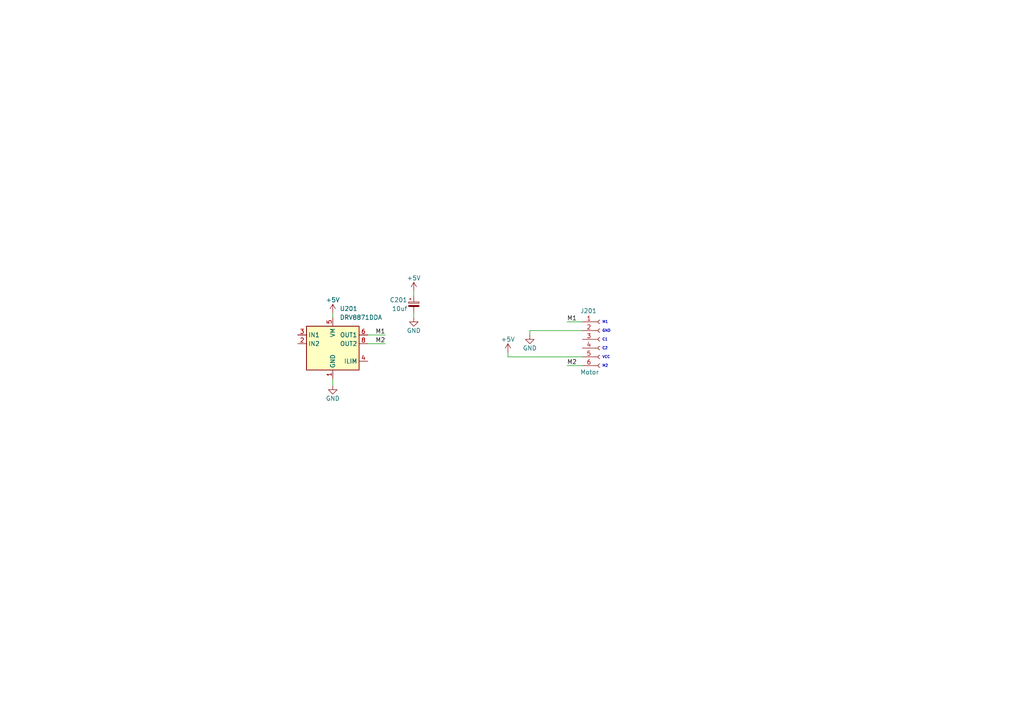
<source format=kicad_sch>
(kicad_sch (version 20211123) (generator eeschema)
  (paper "A4")
  (lib_symbols
    (symbol "Connector:Conn_01x06_Female" (pin_names (offset 1.016) hide)
      (property "Reference" "J" (at 0 7.62 0))
      (property "Value" "Conn_01x06_Female" (at 0 -10.16 0))
      (symbol "Conn_01x06_Female_1_1"
        (arc (start 0 -7.112) (mid -0.508 -7.62) (end 0 -8.128) (stroke (width 0.1524)))
        (arc (start 0 -4.572) (mid -0.508 -5.08) (end 0 -5.588) (stroke (width 0.1524)))
        (arc (start 0 -2.032) (mid -0.508 -2.54) (end 0 -3.048) (stroke (width 0.1524)))
        (polyline (pts (xy -1.27 -7.62) (xy -0.508 -7.62)) (stroke (width 0.1524)))
        (polyline (pts (xy -1.27 -5.08) (xy -0.508 -5.08)) (stroke (width 0.1524)))
        (polyline (pts (xy -1.27 -2.54) (xy -0.508 -2.54)) (stroke (width 0.1524)))
        (polyline (pts (xy -1.27 0) (xy -0.508 0)) (stroke (width 0.1524)))
        (polyline (pts (xy -1.27 2.54) (xy -0.508 2.54)) (stroke (width 0.1524)))
        (polyline (pts (xy -1.27 5.08) (xy -0.508 5.08)) (stroke (width 0.1524)))
        (arc (start 0 0.508) (mid -0.508 0) (end 0 -0.508) (stroke (width 0.1524)))
        (arc (start 0 3.048) (mid -0.508 2.54) (end 0 2.032) (stroke (width 0.1524)))
        (arc (start 0 5.588) (mid -0.508 5.08) (end 0 4.572) (stroke (width 0.1524)))
        (pin passive line (at -5.08 5.08 0) (length 3.81) (name "Pin_1") (number "1"))
        (pin passive line (at -5.08 2.54 0) (length 3.81) (name "Pin_2") (number "2"))
        (pin passive line (at -5.08 0 0) (length 3.81) (name "Pin_3") (number "3"))
        (pin passive line (at -5.08 -2.54 0) (length 3.81) (name "Pin_4") (number "4"))
        (pin passive line (at -5.08 -5.08 0) (length 3.81) (name "Pin_5") (number "5"))
        (pin passive line (at -5.08 -7.62 0) (length 3.81) (name "Pin_6") (number "6"))
      )
    )
    (symbol "Device:C_Polarized_Small" (pin_numbers hide) (pin_names (offset 0.254) hide)
      (property "Reference" "C" (at 0.254 1.778 0))
      (property "Value" "C_Polarized_Small" (at 0.254 -2.032 0))
      (symbol "C_Polarized_Small_0_1"
        (rectangle (start -1.524 -0.3048) (end 1.524 -0.6858) (fill (type outline)))
        (rectangle (start -1.524 0.6858) (end 1.524 0.3048))
        (polyline (pts (xy -1.27 1.524) (xy -0.762 1.524)))
        (polyline (pts (xy -1.016 1.27) (xy -1.016 1.778)))
      )
      (symbol "C_Polarized_Small_1_1"
        (pin passive line (at 0 2.54 270) (length 1.8542) (name "~") (number "1"))
        (pin passive line (at 0 -2.54 90) (length 1.8542) (name "~") (number "2"))
      )
    )
    (symbol "Driver_Motor:DRV8871DDA"
      (property "Reference" "U" (at -6.35 6.35 0))
      (property "Value" "DRV8871DDA" (at 8.89 6.35 0))
      (symbol "DRV8871DDA_0_1"
        (rectangle (start -7.62 5.08) (end 7.62 -7.62) (stroke (width 0.254)) (fill (type background)))
      )
      (symbol "DRV8871DDA_1_1"
        (pin power_in line (at 0 -10.16 90) (length 2.54) (name "GND") (number "1"))
        (pin input line (at -10.16 0 0) (length 2.54) (name "IN2") (number "2"))
        (pin input line (at -10.16 2.54 0) (length 2.54) (name "IN1") (number "3"))
        (pin passive line (at 10.16 -5.08 180) (length 2.54) (name "ILIM") (number "4"))
        (pin power_in line (at 0 7.62 270) (length 2.54) (name "VM") (number "5"))
        (pin output line (at 10.16 2.54 180) (length 2.54) (name "OUT1") (number "6"))
        (pin passive line (at 0 -10.16 90) (length 2.54) hide (name "GND") (number "7"))
        (pin output line (at 10.16 0 180) (length 2.54) (name "OUT2") (number "8"))
        (pin passive line (at 0 -10.16 90) (length 2.54) hide (name "GND") (number "9"))
      )
    )
    (symbol "power:+5V" (power) (pin_names (offset 0))
      (property "Value" "+5V" (at 0 3.556 0))
      (symbol "+5V_0_1"
        (polyline (pts (xy -0.762 1.27) (xy 0 2.54)))
        (polyline (pts (xy 0 0) (xy 0 2.54)))
        (polyline (pts (xy 0 2.54) (xy 0.762 1.27)))
      )
      (symbol "+5V_1_1"
        (pin power_in line (at 0 0 90) (length 0) hide (name "+5V") (number "1"))
      )
    )
    (symbol "power:GND" (power) (pin_names (offset 0))
      (property "Value" "GND" (at 0 -3.81 0))
      (symbol "GND_0_1"
        (polyline (pts (xy 0 0) (xy 0 -1.27) (xy 1.27 -1.27) (xy 0 -2.54) (xy -1.27 -1.27) (xy 0 -1.27)))
      )
      (symbol "GND_1_1"
        (pin power_in line (at 0 0 270) (length 0) hide (name "GND") (number "1"))
      )
    )
  )
  (wire (pts (xy 153.67 95.885) (xy 168.91 95.885)))
  (wire (pts (xy 120.015 90.805) (xy 120.015 92.075)))
  (wire (pts (xy 164.465 93.345) (xy 168.91 93.345)))
  (wire (pts (xy 96.52 90.805) (xy 96.52 92.075)))
  (wire (pts (xy 164.465 106.045) (xy 168.91 106.045)))
  (wire (pts (xy 96.52 111.76) (xy 96.52 109.855)))
  (wire (pts (xy 111.76 97.155) (xy 106.68 97.155)))
  (wire (pts (xy 153.67 97.155) (xy 153.67 95.885)))
  (wire (pts (xy 147.32 102.235) (xy 147.32 103.505)))
  (wire (pts (xy 147.32 103.505) (xy 168.91 103.505)))
  (wire (pts (xy 111.76 99.695) (xy 106.68 99.695)))
  (wire (pts (xy 120.015 84.455) (xy 120.015 85.725)))
  (text "GND" (at 174.625 96.52 0) (effects (font (size 0.762 0.762)) (justify left bottom)))
  (text "C2" (at 174.625 101.6 0) (effects (font (size 0.762 0.762)) (justify left bottom)))
  (text "M1" (at 174.625 93.98 0) (effects (font (size 0.762 0.762)) (justify left bottom)))
  (text "VCC" (at 174.625 104.14 0) (effects (font (size 0.762 0.762)) (justify left bottom)))
  (text "M2" (at 174.625 106.68 0) (effects (font (size 0.762 0.762)) (justify left bottom)))
  (text "C1" (at 174.625 99.06 0) (effects (font (size 0.762 0.762)) (justify left bottom)))
  (label "M1" (at 111.76 97.155 180))
  (label "M2" (at 164.465 106.045 0))
  (label "M2" (at 111.76 99.695 180))
  (label "M1" (at 164.465 93.345 0))
  (symbol (lib_id "power:GND") (at 96.52 111.76 0) (unit 1)
    (property "Reference" "#PWR0103" (effects hide))
    (property "Value" "GND" (at 96.52 115.57 0))
  )
  (symbol (lib_id "power:GND") (at 153.67 97.155 0) (unit 1)
    (property "Reference" "#PWR0102" (effects hide))
    (property "Value" "GND" (at 153.67 100.965 0))
  )
  (symbol (lib_id "power:+5V") (at 96.52 90.805 0) (unit 1)
    (property "Reference" "#PWR0110" (effects hide))
    (property "Value" "+5V" (at 96.52 86.995 0))
  )
  (symbol (lib_id "Driver_Motor:DRV8871DDA") (at 96.52 99.695 0) (unit 1)
    (property "Reference" "U201" (at 98.5394 89.535 0) (effects (justify left)))
    (property "Value" "DRV8871DDA" (at 98.5394 92.075 0) (effects (justify left)))
    (property "Footprint" "Package_SO:Texas_HTSOP-8-1EP_3.9x4.9mm_P1.27mm_EP2.95x4.9mm_Mask2.4x3.1mm_ThermalVias" (effects hide))
    (property "Datasheet" "http://www.ti.com/lit/ds/symlink/drv8871.pdf" (effects hide))
  )
  (symbol (lib_id "power:+5V") (at 147.32 102.235 0) (unit 1)
    (property "Reference" "#PWR0104" (effects hide))
    (property "Value" "+5V" (at 147.32 98.425 0))
  )
  (symbol (lib_id "power:+5V") (at 120.015 84.455 0) (unit 1)
    (property "Reference" "#PWR0108" (effects hide))
    (property "Value" "+5V" (at 120.015 80.645 0))
  )
  (symbol (lib_id "Connector:Conn_01x06_Female") (at 173.99 98.425 0) (unit 1)
    (property "Reference" "J201" (at 168.275 90.17 0) (effects (justify left)))
    (property "Value" "Motor" (at 168.275 107.95 0) (effects (justify left)))
    (property "Footprint" "MegaMouse:MicroMotor" (effects hide))
  )
  (symbol (lib_id "power:GND") (at 120.015 92.075 0) (unit 1)
    (property "Reference" "#PWR0109" (effects hide))
    (property "Value" "GND" (at 120.015 95.885 0))
  )
  (symbol (lib_id "Device:C_Polarized_Small") (at 120.015 88.265 0) (unit 1)
    (property "Reference" "C201" (at 113.03 86.995 0) (effects (justify left)))
    (property "Value" "10uf" (at 113.665 89.535 0) (effects (justify left)))
    (property "Footprint" "Capacitor_SMD:CP_Elec_4x3" (effects hide))
  )
)
</source>
